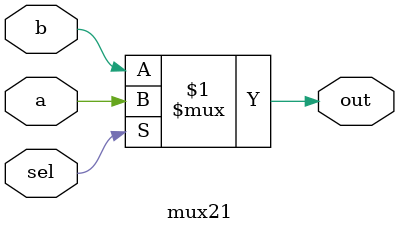
<source format=v>
`timescale 1ns / 1ps


module mux21(
    input a,
    input b,
    input sel,
    output out
    );
    assign out = (sel)? a:b;
endmodule

</source>
